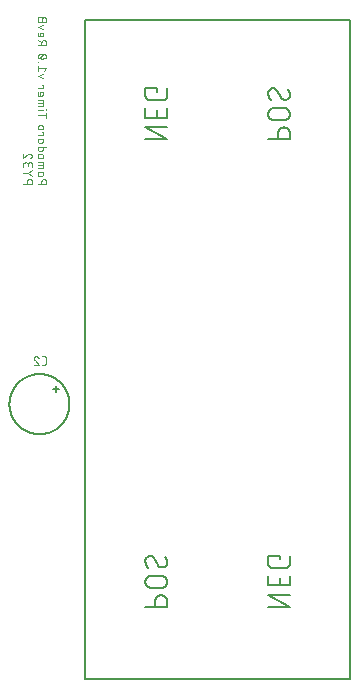
<source format=gbr>
G04 EAGLE Gerber RS-274X export*
G75*
%MOMM*%
%FSLAX34Y34*%
%LPD*%
%INSilkscreen Bottom*%
%IPPOS*%
%AMOC8*
5,1,8,0,0,1.08239X$1,22.5*%
G01*
%ADD10C,0.076200*%
%ADD11C,0.127000*%
%ADD12C,0.152400*%


D10*
X37973Y482981D02*
X45339Y482981D01*
X45339Y485027D01*
X45337Y485116D01*
X45331Y485205D01*
X45321Y485294D01*
X45308Y485382D01*
X45291Y485470D01*
X45269Y485557D01*
X45244Y485642D01*
X45216Y485727D01*
X45183Y485810D01*
X45147Y485892D01*
X45108Y485972D01*
X45065Y486050D01*
X45019Y486126D01*
X44969Y486201D01*
X44916Y486273D01*
X44860Y486342D01*
X44801Y486409D01*
X44740Y486474D01*
X44675Y486535D01*
X44608Y486594D01*
X44539Y486650D01*
X44467Y486703D01*
X44392Y486753D01*
X44316Y486799D01*
X44238Y486842D01*
X44158Y486881D01*
X44076Y486917D01*
X43993Y486950D01*
X43908Y486978D01*
X43823Y487003D01*
X43736Y487025D01*
X43648Y487042D01*
X43560Y487055D01*
X43471Y487065D01*
X43382Y487071D01*
X43293Y487073D01*
X43204Y487071D01*
X43115Y487065D01*
X43026Y487055D01*
X42938Y487042D01*
X42850Y487025D01*
X42763Y487003D01*
X42678Y486978D01*
X42593Y486950D01*
X42510Y486917D01*
X42428Y486881D01*
X42348Y486842D01*
X42270Y486799D01*
X42194Y486753D01*
X42119Y486703D01*
X42047Y486650D01*
X41978Y486594D01*
X41911Y486535D01*
X41846Y486474D01*
X41785Y486409D01*
X41726Y486342D01*
X41670Y486273D01*
X41617Y486201D01*
X41567Y486126D01*
X41521Y486050D01*
X41478Y485972D01*
X41439Y485892D01*
X41403Y485810D01*
X41370Y485727D01*
X41342Y485642D01*
X41317Y485557D01*
X41295Y485470D01*
X41278Y485382D01*
X41265Y485294D01*
X41255Y485205D01*
X41249Y485116D01*
X41247Y485027D01*
X41247Y482981D01*
X41247Y489856D02*
X39610Y489856D01*
X41247Y489856D02*
X41326Y489858D01*
X41405Y489864D01*
X41484Y489873D01*
X41562Y489886D01*
X41639Y489904D01*
X41715Y489924D01*
X41790Y489949D01*
X41864Y489977D01*
X41937Y490008D01*
X42008Y490044D01*
X42077Y490082D01*
X42144Y490124D01*
X42209Y490169D01*
X42272Y490217D01*
X42333Y490268D01*
X42390Y490322D01*
X42446Y490378D01*
X42498Y490437D01*
X42548Y490499D01*
X42594Y490563D01*
X42638Y490629D01*
X42678Y490697D01*
X42714Y490767D01*
X42748Y490839D01*
X42778Y490913D01*
X42804Y490987D01*
X42827Y491063D01*
X42845Y491140D01*
X42861Y491217D01*
X42872Y491296D01*
X42880Y491374D01*
X42884Y491453D01*
X42884Y491533D01*
X42880Y491612D01*
X42872Y491690D01*
X42861Y491769D01*
X42845Y491846D01*
X42827Y491923D01*
X42804Y491999D01*
X42778Y492073D01*
X42748Y492147D01*
X42714Y492219D01*
X42678Y492289D01*
X42638Y492357D01*
X42594Y492423D01*
X42548Y492487D01*
X42498Y492549D01*
X42446Y492608D01*
X42390Y492664D01*
X42333Y492718D01*
X42272Y492769D01*
X42209Y492817D01*
X42144Y492862D01*
X42077Y492904D01*
X42008Y492942D01*
X41937Y492978D01*
X41864Y493009D01*
X41790Y493037D01*
X41715Y493062D01*
X41639Y493082D01*
X41562Y493100D01*
X41484Y493113D01*
X41405Y493122D01*
X41326Y493128D01*
X41247Y493130D01*
X39610Y493130D01*
X39531Y493128D01*
X39452Y493122D01*
X39373Y493113D01*
X39295Y493100D01*
X39218Y493082D01*
X39142Y493062D01*
X39067Y493037D01*
X38993Y493009D01*
X38920Y492978D01*
X38849Y492942D01*
X38780Y492904D01*
X38713Y492862D01*
X38648Y492817D01*
X38585Y492769D01*
X38524Y492718D01*
X38467Y492664D01*
X38411Y492608D01*
X38359Y492549D01*
X38309Y492487D01*
X38263Y492423D01*
X38219Y492357D01*
X38179Y492289D01*
X38143Y492219D01*
X38109Y492147D01*
X38079Y492073D01*
X38053Y491999D01*
X38030Y491923D01*
X38012Y491846D01*
X37996Y491769D01*
X37985Y491690D01*
X37977Y491612D01*
X37973Y491533D01*
X37973Y491453D01*
X37977Y491374D01*
X37985Y491296D01*
X37996Y491217D01*
X38012Y491140D01*
X38030Y491063D01*
X38053Y490987D01*
X38079Y490913D01*
X38109Y490839D01*
X38143Y490767D01*
X38179Y490697D01*
X38219Y490629D01*
X38263Y490563D01*
X38309Y490499D01*
X38359Y490437D01*
X38411Y490378D01*
X38467Y490322D01*
X38524Y490268D01*
X38585Y490217D01*
X38648Y490169D01*
X38713Y490124D01*
X38780Y490082D01*
X38849Y490044D01*
X38920Y490008D01*
X38993Y489977D01*
X39067Y489949D01*
X39142Y489924D01*
X39218Y489904D01*
X39295Y489886D01*
X39373Y489873D01*
X39452Y489864D01*
X39531Y489858D01*
X39610Y489856D01*
X37973Y496597D02*
X42884Y496597D01*
X42884Y500280D01*
X42882Y500349D01*
X42876Y500417D01*
X42867Y500486D01*
X42853Y500553D01*
X42836Y500620D01*
X42815Y500686D01*
X42791Y500750D01*
X42762Y500813D01*
X42731Y500874D01*
X42696Y500933D01*
X42658Y500991D01*
X42616Y501046D01*
X42572Y501098D01*
X42524Y501148D01*
X42474Y501196D01*
X42422Y501240D01*
X42367Y501282D01*
X42309Y501320D01*
X42250Y501355D01*
X42189Y501386D01*
X42126Y501415D01*
X42062Y501439D01*
X41996Y501460D01*
X41929Y501477D01*
X41862Y501491D01*
X41793Y501500D01*
X41725Y501506D01*
X41656Y501508D01*
X41656Y501507D02*
X37973Y501507D01*
X37973Y499052D02*
X42884Y499052D01*
X41247Y504974D02*
X39610Y504974D01*
X41247Y504974D02*
X41326Y504976D01*
X41405Y504982D01*
X41484Y504991D01*
X41562Y505004D01*
X41639Y505022D01*
X41715Y505042D01*
X41790Y505067D01*
X41864Y505095D01*
X41937Y505126D01*
X42008Y505162D01*
X42077Y505200D01*
X42144Y505242D01*
X42209Y505287D01*
X42272Y505335D01*
X42333Y505386D01*
X42390Y505440D01*
X42446Y505496D01*
X42498Y505555D01*
X42548Y505617D01*
X42594Y505681D01*
X42638Y505747D01*
X42678Y505815D01*
X42714Y505885D01*
X42748Y505957D01*
X42778Y506031D01*
X42804Y506105D01*
X42827Y506181D01*
X42845Y506258D01*
X42861Y506335D01*
X42872Y506414D01*
X42880Y506492D01*
X42884Y506571D01*
X42884Y506651D01*
X42880Y506730D01*
X42872Y506808D01*
X42861Y506887D01*
X42845Y506964D01*
X42827Y507041D01*
X42804Y507117D01*
X42778Y507191D01*
X42748Y507265D01*
X42714Y507337D01*
X42678Y507407D01*
X42638Y507475D01*
X42594Y507541D01*
X42548Y507605D01*
X42498Y507667D01*
X42446Y507726D01*
X42390Y507782D01*
X42333Y507836D01*
X42272Y507887D01*
X42209Y507935D01*
X42144Y507980D01*
X42077Y508022D01*
X42008Y508060D01*
X41937Y508096D01*
X41864Y508127D01*
X41790Y508155D01*
X41715Y508180D01*
X41639Y508200D01*
X41562Y508218D01*
X41484Y508231D01*
X41405Y508240D01*
X41326Y508246D01*
X41247Y508248D01*
X39610Y508248D01*
X39531Y508246D01*
X39452Y508240D01*
X39373Y508231D01*
X39295Y508218D01*
X39218Y508200D01*
X39142Y508180D01*
X39067Y508155D01*
X38993Y508127D01*
X38920Y508096D01*
X38849Y508060D01*
X38780Y508022D01*
X38713Y507980D01*
X38648Y507935D01*
X38585Y507887D01*
X38524Y507836D01*
X38467Y507782D01*
X38411Y507726D01*
X38359Y507667D01*
X38309Y507605D01*
X38263Y507541D01*
X38219Y507475D01*
X38179Y507407D01*
X38143Y507337D01*
X38109Y507265D01*
X38079Y507191D01*
X38053Y507117D01*
X38030Y507041D01*
X38012Y506964D01*
X37996Y506887D01*
X37985Y506808D01*
X37977Y506730D01*
X37973Y506651D01*
X37973Y506571D01*
X37977Y506492D01*
X37985Y506414D01*
X37996Y506335D01*
X38012Y506258D01*
X38030Y506181D01*
X38053Y506105D01*
X38079Y506031D01*
X38109Y505957D01*
X38143Y505885D01*
X38179Y505815D01*
X38219Y505747D01*
X38263Y505681D01*
X38309Y505617D01*
X38359Y505555D01*
X38411Y505496D01*
X38467Y505440D01*
X38524Y505386D01*
X38585Y505335D01*
X38648Y505287D01*
X38713Y505242D01*
X38780Y505200D01*
X38849Y505162D01*
X38920Y505126D01*
X38993Y505095D01*
X39067Y505067D01*
X39142Y505042D01*
X39218Y505022D01*
X39295Y505004D01*
X39373Y504991D01*
X39452Y504982D01*
X39531Y504976D01*
X39610Y504974D01*
X37973Y514547D02*
X45339Y514547D01*
X37973Y514547D02*
X37973Y512501D01*
X37975Y512432D01*
X37981Y512364D01*
X37990Y512295D01*
X38004Y512228D01*
X38021Y512161D01*
X38042Y512095D01*
X38066Y512031D01*
X38095Y511968D01*
X38126Y511907D01*
X38161Y511848D01*
X38199Y511790D01*
X38241Y511735D01*
X38285Y511683D01*
X38333Y511633D01*
X38383Y511585D01*
X38435Y511541D01*
X38490Y511499D01*
X38548Y511461D01*
X38607Y511426D01*
X38668Y511395D01*
X38731Y511366D01*
X38795Y511342D01*
X38861Y511321D01*
X38928Y511304D01*
X38995Y511290D01*
X39064Y511281D01*
X39132Y511275D01*
X39201Y511273D01*
X41656Y511273D01*
X41725Y511275D01*
X41793Y511281D01*
X41862Y511290D01*
X41929Y511304D01*
X41996Y511321D01*
X42062Y511342D01*
X42126Y511366D01*
X42189Y511395D01*
X42250Y511426D01*
X42309Y511461D01*
X42367Y511499D01*
X42422Y511541D01*
X42474Y511585D01*
X42524Y511633D01*
X42572Y511683D01*
X42616Y511735D01*
X42658Y511790D01*
X42696Y511848D01*
X42731Y511907D01*
X42762Y511968D01*
X42791Y512031D01*
X42815Y512095D01*
X42836Y512161D01*
X42853Y512228D01*
X42867Y512295D01*
X42876Y512364D01*
X42882Y512432D01*
X42884Y512501D01*
X42884Y514547D01*
X41247Y517898D02*
X39610Y517898D01*
X41247Y517898D02*
X41326Y517900D01*
X41405Y517906D01*
X41484Y517915D01*
X41562Y517928D01*
X41639Y517946D01*
X41715Y517966D01*
X41790Y517991D01*
X41864Y518019D01*
X41937Y518050D01*
X42008Y518086D01*
X42077Y518124D01*
X42144Y518166D01*
X42209Y518211D01*
X42272Y518259D01*
X42333Y518310D01*
X42390Y518364D01*
X42446Y518420D01*
X42498Y518479D01*
X42548Y518541D01*
X42594Y518605D01*
X42638Y518671D01*
X42678Y518739D01*
X42714Y518809D01*
X42748Y518881D01*
X42778Y518955D01*
X42804Y519029D01*
X42827Y519105D01*
X42845Y519182D01*
X42861Y519259D01*
X42872Y519338D01*
X42880Y519416D01*
X42884Y519495D01*
X42884Y519575D01*
X42880Y519654D01*
X42872Y519732D01*
X42861Y519811D01*
X42845Y519888D01*
X42827Y519965D01*
X42804Y520041D01*
X42778Y520115D01*
X42748Y520189D01*
X42714Y520261D01*
X42678Y520331D01*
X42638Y520399D01*
X42594Y520465D01*
X42548Y520529D01*
X42498Y520591D01*
X42446Y520650D01*
X42390Y520706D01*
X42333Y520760D01*
X42272Y520811D01*
X42209Y520859D01*
X42144Y520904D01*
X42077Y520946D01*
X42008Y520984D01*
X41937Y521020D01*
X41864Y521051D01*
X41790Y521079D01*
X41715Y521104D01*
X41639Y521124D01*
X41562Y521142D01*
X41484Y521155D01*
X41405Y521164D01*
X41326Y521170D01*
X41247Y521172D01*
X41247Y521171D02*
X39610Y521171D01*
X39610Y521172D02*
X39531Y521170D01*
X39452Y521164D01*
X39373Y521155D01*
X39295Y521142D01*
X39218Y521124D01*
X39142Y521104D01*
X39067Y521079D01*
X38993Y521051D01*
X38920Y521020D01*
X38849Y520984D01*
X38780Y520946D01*
X38713Y520904D01*
X38648Y520859D01*
X38585Y520811D01*
X38524Y520760D01*
X38467Y520706D01*
X38411Y520650D01*
X38359Y520591D01*
X38309Y520529D01*
X38263Y520465D01*
X38219Y520399D01*
X38179Y520331D01*
X38143Y520261D01*
X38109Y520189D01*
X38079Y520115D01*
X38053Y520041D01*
X38030Y519965D01*
X38012Y519888D01*
X37996Y519811D01*
X37985Y519732D01*
X37977Y519654D01*
X37973Y519575D01*
X37973Y519495D01*
X37977Y519416D01*
X37985Y519338D01*
X37996Y519259D01*
X38012Y519182D01*
X38030Y519105D01*
X38053Y519029D01*
X38079Y518955D01*
X38109Y518881D01*
X38143Y518809D01*
X38179Y518739D01*
X38219Y518671D01*
X38263Y518605D01*
X38309Y518541D01*
X38359Y518479D01*
X38411Y518420D01*
X38467Y518364D01*
X38524Y518310D01*
X38585Y518259D01*
X38648Y518211D01*
X38713Y518166D01*
X38780Y518124D01*
X38849Y518086D01*
X38920Y518050D01*
X38993Y518019D01*
X39067Y517991D01*
X39142Y517966D01*
X39218Y517946D01*
X39295Y517928D01*
X39373Y517915D01*
X39452Y517906D01*
X39531Y517900D01*
X39610Y517898D01*
X37973Y524528D02*
X42884Y524528D01*
X42884Y526983D01*
X42065Y526983D01*
X41247Y529358D02*
X39610Y529358D01*
X41247Y529358D02*
X41326Y529360D01*
X41405Y529366D01*
X41484Y529375D01*
X41562Y529388D01*
X41639Y529406D01*
X41715Y529426D01*
X41790Y529451D01*
X41864Y529479D01*
X41937Y529510D01*
X42008Y529546D01*
X42077Y529584D01*
X42144Y529626D01*
X42209Y529671D01*
X42272Y529719D01*
X42333Y529770D01*
X42390Y529824D01*
X42446Y529880D01*
X42498Y529939D01*
X42548Y530001D01*
X42594Y530065D01*
X42638Y530131D01*
X42678Y530199D01*
X42714Y530269D01*
X42748Y530341D01*
X42778Y530415D01*
X42804Y530489D01*
X42827Y530565D01*
X42845Y530642D01*
X42861Y530719D01*
X42872Y530798D01*
X42880Y530876D01*
X42884Y530955D01*
X42884Y531035D01*
X42880Y531114D01*
X42872Y531192D01*
X42861Y531271D01*
X42845Y531348D01*
X42827Y531425D01*
X42804Y531501D01*
X42778Y531575D01*
X42748Y531649D01*
X42714Y531721D01*
X42678Y531791D01*
X42638Y531859D01*
X42594Y531925D01*
X42548Y531989D01*
X42498Y532051D01*
X42446Y532110D01*
X42390Y532166D01*
X42333Y532220D01*
X42272Y532271D01*
X42209Y532319D01*
X42144Y532364D01*
X42077Y532406D01*
X42008Y532444D01*
X41937Y532480D01*
X41864Y532511D01*
X41790Y532539D01*
X41715Y532564D01*
X41639Y532584D01*
X41562Y532602D01*
X41484Y532615D01*
X41405Y532624D01*
X41326Y532630D01*
X41247Y532632D01*
X39610Y532632D01*
X39531Y532630D01*
X39452Y532624D01*
X39373Y532615D01*
X39295Y532602D01*
X39218Y532584D01*
X39142Y532564D01*
X39067Y532539D01*
X38993Y532511D01*
X38920Y532480D01*
X38849Y532444D01*
X38780Y532406D01*
X38713Y532364D01*
X38648Y532319D01*
X38585Y532271D01*
X38524Y532220D01*
X38467Y532166D01*
X38411Y532110D01*
X38359Y532051D01*
X38309Y531989D01*
X38263Y531925D01*
X38219Y531859D01*
X38179Y531791D01*
X38143Y531721D01*
X38109Y531649D01*
X38079Y531575D01*
X38053Y531501D01*
X38030Y531425D01*
X38012Y531348D01*
X37996Y531271D01*
X37985Y531192D01*
X37977Y531114D01*
X37973Y531035D01*
X37973Y530955D01*
X37977Y530876D01*
X37985Y530798D01*
X37996Y530719D01*
X38012Y530642D01*
X38030Y530565D01*
X38053Y530489D01*
X38079Y530415D01*
X38109Y530341D01*
X38143Y530269D01*
X38179Y530199D01*
X38219Y530131D01*
X38263Y530065D01*
X38309Y530001D01*
X38359Y529939D01*
X38411Y529880D01*
X38467Y529824D01*
X38524Y529770D01*
X38585Y529719D01*
X38648Y529671D01*
X38713Y529626D01*
X38780Y529584D01*
X38849Y529546D01*
X38920Y529510D01*
X38993Y529479D01*
X39067Y529451D01*
X39142Y529426D01*
X39218Y529406D01*
X39295Y529388D01*
X39373Y529375D01*
X39452Y529366D01*
X39531Y529360D01*
X39610Y529358D01*
X37973Y541236D02*
X45339Y541236D01*
X45339Y539190D02*
X45339Y543282D01*
X42884Y545869D02*
X37973Y545869D01*
X44930Y545665D02*
X45339Y545665D01*
X45339Y546074D01*
X44930Y546074D01*
X44930Y545665D01*
X42884Y549266D02*
X37973Y549266D01*
X42884Y549266D02*
X42884Y552949D01*
X42882Y553018D01*
X42876Y553086D01*
X42867Y553155D01*
X42853Y553222D01*
X42836Y553289D01*
X42815Y553355D01*
X42791Y553419D01*
X42762Y553482D01*
X42731Y553543D01*
X42696Y553602D01*
X42658Y553660D01*
X42616Y553715D01*
X42572Y553767D01*
X42524Y553817D01*
X42474Y553865D01*
X42422Y553909D01*
X42367Y553951D01*
X42309Y553989D01*
X42250Y554024D01*
X42189Y554055D01*
X42126Y554084D01*
X42062Y554108D01*
X41996Y554129D01*
X41929Y554146D01*
X41862Y554160D01*
X41793Y554169D01*
X41725Y554175D01*
X41656Y554177D01*
X37973Y554177D01*
X37973Y551721D02*
X42884Y551721D01*
X37973Y558871D02*
X37973Y560917D01*
X37973Y558871D02*
X37975Y558802D01*
X37981Y558734D01*
X37990Y558665D01*
X38004Y558598D01*
X38021Y558531D01*
X38042Y558465D01*
X38066Y558401D01*
X38095Y558338D01*
X38126Y558277D01*
X38161Y558218D01*
X38199Y558160D01*
X38241Y558105D01*
X38285Y558053D01*
X38333Y558003D01*
X38383Y557955D01*
X38435Y557911D01*
X38490Y557869D01*
X38548Y557831D01*
X38607Y557796D01*
X38668Y557765D01*
X38731Y557736D01*
X38795Y557712D01*
X38861Y557691D01*
X38928Y557674D01*
X38995Y557660D01*
X39064Y557651D01*
X39132Y557645D01*
X39201Y557643D01*
X41247Y557643D01*
X41326Y557645D01*
X41405Y557651D01*
X41484Y557660D01*
X41562Y557673D01*
X41639Y557691D01*
X41715Y557711D01*
X41790Y557736D01*
X41864Y557764D01*
X41937Y557795D01*
X42008Y557831D01*
X42077Y557869D01*
X42144Y557911D01*
X42209Y557956D01*
X42272Y558004D01*
X42333Y558055D01*
X42390Y558109D01*
X42446Y558165D01*
X42498Y558224D01*
X42548Y558286D01*
X42594Y558350D01*
X42638Y558416D01*
X42678Y558484D01*
X42714Y558554D01*
X42748Y558626D01*
X42778Y558700D01*
X42804Y558774D01*
X42827Y558850D01*
X42845Y558927D01*
X42861Y559004D01*
X42872Y559083D01*
X42880Y559161D01*
X42884Y559240D01*
X42884Y559320D01*
X42880Y559399D01*
X42872Y559477D01*
X42861Y559556D01*
X42845Y559633D01*
X42827Y559710D01*
X42804Y559786D01*
X42778Y559860D01*
X42748Y559934D01*
X42714Y560006D01*
X42678Y560076D01*
X42638Y560144D01*
X42594Y560210D01*
X42548Y560274D01*
X42498Y560336D01*
X42446Y560395D01*
X42390Y560451D01*
X42333Y560505D01*
X42272Y560556D01*
X42209Y560604D01*
X42144Y560649D01*
X42077Y560691D01*
X42008Y560729D01*
X41937Y560765D01*
X41864Y560796D01*
X41790Y560824D01*
X41715Y560849D01*
X41639Y560869D01*
X41562Y560887D01*
X41484Y560900D01*
X41405Y560909D01*
X41326Y560915D01*
X41247Y560917D01*
X40428Y560917D01*
X40428Y557643D01*
X37973Y564273D02*
X42884Y564273D01*
X42884Y566729D01*
X42065Y566729D01*
X42884Y572761D02*
X37973Y574398D01*
X42884Y576035D01*
X43702Y578936D02*
X45339Y580982D01*
X37973Y580982D01*
X37973Y578936D02*
X37973Y583028D01*
X37973Y585898D02*
X38382Y585898D01*
X38382Y586307D01*
X37973Y586307D01*
X37973Y585898D01*
X41656Y589177D02*
X41809Y589179D01*
X41962Y589185D01*
X42114Y589194D01*
X42267Y589208D01*
X42419Y589225D01*
X42570Y589246D01*
X42721Y589271D01*
X42871Y589300D01*
X43021Y589332D01*
X43169Y589369D01*
X43317Y589409D01*
X43464Y589452D01*
X43609Y589500D01*
X43753Y589551D01*
X43896Y589605D01*
X44038Y589664D01*
X44177Y589725D01*
X44316Y589791D01*
X44386Y589817D01*
X44456Y589847D01*
X44523Y589880D01*
X44589Y589916D01*
X44653Y589955D01*
X44715Y589998D01*
X44774Y590044D01*
X44832Y590092D01*
X44886Y590143D01*
X44939Y590197D01*
X44988Y590254D01*
X45035Y590313D01*
X45078Y590374D01*
X45119Y590437D01*
X45156Y590502D01*
X45191Y590569D01*
X45221Y590638D01*
X45249Y590708D01*
X45272Y590779D01*
X45293Y590851D01*
X45309Y590924D01*
X45322Y590998D01*
X45332Y591073D01*
X45337Y591148D01*
X45339Y591223D01*
X45337Y591298D01*
X45332Y591373D01*
X45322Y591448D01*
X45309Y591522D01*
X45293Y591595D01*
X45272Y591667D01*
X45249Y591738D01*
X45221Y591808D01*
X45191Y591877D01*
X45156Y591944D01*
X45119Y592009D01*
X45078Y592072D01*
X45035Y592133D01*
X44988Y592192D01*
X44939Y592249D01*
X44886Y592303D01*
X44832Y592354D01*
X44774Y592403D01*
X44715Y592448D01*
X44653Y592491D01*
X44589Y592530D01*
X44523Y592567D01*
X44455Y592599D01*
X44386Y592629D01*
X44316Y592655D01*
X44178Y592720D01*
X44038Y592782D01*
X43896Y592840D01*
X43753Y592895D01*
X43609Y592946D01*
X43464Y592994D01*
X43317Y593037D01*
X43170Y593077D01*
X43021Y593114D01*
X42871Y593146D01*
X42721Y593175D01*
X42570Y593200D01*
X42419Y593221D01*
X42267Y593238D01*
X42114Y593252D01*
X41962Y593261D01*
X41809Y593267D01*
X41656Y593269D01*
X41656Y589177D02*
X41503Y589179D01*
X41350Y589185D01*
X41197Y589194D01*
X41045Y589208D01*
X40893Y589225D01*
X40742Y589246D01*
X40591Y589271D01*
X40440Y589300D01*
X40291Y589332D01*
X40142Y589369D01*
X39995Y589409D01*
X39848Y589452D01*
X39703Y589500D01*
X39558Y589551D01*
X39416Y589606D01*
X39274Y589664D01*
X39134Y589726D01*
X38996Y589791D01*
X38925Y589817D01*
X38856Y589847D01*
X38789Y589880D01*
X38723Y589916D01*
X38659Y589955D01*
X38597Y589998D01*
X38538Y590044D01*
X38480Y590092D01*
X38426Y590143D01*
X38373Y590197D01*
X38324Y590254D01*
X38277Y590313D01*
X38234Y590374D01*
X38193Y590437D01*
X38156Y590502D01*
X38121Y590569D01*
X38091Y590638D01*
X38063Y590708D01*
X38040Y590779D01*
X38019Y590851D01*
X38003Y590924D01*
X37990Y590998D01*
X37980Y591073D01*
X37975Y591148D01*
X37973Y591223D01*
X38996Y592655D02*
X39134Y592720D01*
X39274Y592782D01*
X39416Y592840D01*
X39559Y592895D01*
X39703Y592946D01*
X39848Y592994D01*
X39995Y593037D01*
X40143Y593077D01*
X40291Y593114D01*
X40441Y593146D01*
X40591Y593175D01*
X40742Y593200D01*
X40893Y593221D01*
X41045Y593238D01*
X41198Y593252D01*
X41350Y593261D01*
X41503Y593267D01*
X41656Y593269D01*
X38996Y592655D02*
X38926Y592629D01*
X38856Y592599D01*
X38789Y592567D01*
X38723Y592530D01*
X38659Y592491D01*
X38597Y592448D01*
X38538Y592402D01*
X38480Y592354D01*
X38426Y592303D01*
X38373Y592249D01*
X38324Y592192D01*
X38277Y592133D01*
X38234Y592072D01*
X38193Y592009D01*
X38156Y591944D01*
X38121Y591877D01*
X38091Y591808D01*
X38063Y591738D01*
X38040Y591667D01*
X38019Y591595D01*
X38003Y591522D01*
X37990Y591448D01*
X37980Y591373D01*
X37975Y591298D01*
X37973Y591223D01*
X39610Y589586D02*
X43702Y592860D01*
X45339Y600689D02*
X37973Y600689D01*
X45339Y600689D02*
X45339Y602735D01*
X45337Y602824D01*
X45331Y602913D01*
X45321Y603002D01*
X45308Y603090D01*
X45291Y603178D01*
X45269Y603265D01*
X45244Y603350D01*
X45216Y603435D01*
X45183Y603518D01*
X45147Y603600D01*
X45108Y603680D01*
X45065Y603758D01*
X45019Y603834D01*
X44969Y603909D01*
X44916Y603981D01*
X44860Y604050D01*
X44801Y604117D01*
X44740Y604182D01*
X44675Y604243D01*
X44608Y604302D01*
X44539Y604358D01*
X44467Y604411D01*
X44392Y604461D01*
X44316Y604507D01*
X44238Y604550D01*
X44158Y604589D01*
X44076Y604625D01*
X43993Y604658D01*
X43908Y604686D01*
X43823Y604711D01*
X43736Y604733D01*
X43648Y604750D01*
X43560Y604763D01*
X43471Y604773D01*
X43382Y604779D01*
X43293Y604781D01*
X43204Y604779D01*
X43115Y604773D01*
X43026Y604763D01*
X42938Y604750D01*
X42850Y604733D01*
X42763Y604711D01*
X42678Y604686D01*
X42593Y604658D01*
X42510Y604625D01*
X42428Y604589D01*
X42348Y604550D01*
X42270Y604507D01*
X42194Y604461D01*
X42119Y604411D01*
X42047Y604358D01*
X41978Y604302D01*
X41911Y604243D01*
X41846Y604182D01*
X41785Y604117D01*
X41726Y604050D01*
X41670Y603981D01*
X41617Y603909D01*
X41567Y603834D01*
X41521Y603758D01*
X41478Y603680D01*
X41439Y603600D01*
X41403Y603518D01*
X41370Y603435D01*
X41342Y603350D01*
X41317Y603265D01*
X41295Y603178D01*
X41278Y603090D01*
X41265Y603002D01*
X41255Y602913D01*
X41249Y602824D01*
X41247Y602735D01*
X41247Y600689D01*
X41247Y603144D02*
X37973Y604781D01*
X37973Y609102D02*
X37973Y611148D01*
X37973Y609102D02*
X37975Y609033D01*
X37981Y608965D01*
X37990Y608896D01*
X38004Y608829D01*
X38021Y608762D01*
X38042Y608696D01*
X38066Y608632D01*
X38095Y608569D01*
X38126Y608508D01*
X38161Y608449D01*
X38199Y608391D01*
X38241Y608336D01*
X38285Y608284D01*
X38333Y608234D01*
X38383Y608186D01*
X38435Y608142D01*
X38490Y608100D01*
X38548Y608062D01*
X38607Y608027D01*
X38668Y607996D01*
X38731Y607967D01*
X38795Y607943D01*
X38861Y607922D01*
X38928Y607905D01*
X38995Y607891D01*
X39064Y607882D01*
X39132Y607876D01*
X39201Y607874D01*
X41247Y607874D01*
X41326Y607876D01*
X41405Y607882D01*
X41484Y607891D01*
X41562Y607904D01*
X41639Y607922D01*
X41715Y607942D01*
X41790Y607967D01*
X41864Y607995D01*
X41937Y608026D01*
X42008Y608062D01*
X42077Y608100D01*
X42144Y608142D01*
X42209Y608187D01*
X42272Y608235D01*
X42333Y608286D01*
X42390Y608340D01*
X42446Y608396D01*
X42498Y608455D01*
X42548Y608517D01*
X42594Y608581D01*
X42638Y608647D01*
X42678Y608715D01*
X42714Y608785D01*
X42748Y608857D01*
X42778Y608931D01*
X42804Y609005D01*
X42827Y609081D01*
X42845Y609158D01*
X42861Y609235D01*
X42872Y609314D01*
X42880Y609392D01*
X42884Y609471D01*
X42884Y609551D01*
X42880Y609630D01*
X42872Y609708D01*
X42861Y609787D01*
X42845Y609864D01*
X42827Y609941D01*
X42804Y610017D01*
X42778Y610091D01*
X42748Y610165D01*
X42714Y610237D01*
X42678Y610307D01*
X42638Y610375D01*
X42594Y610441D01*
X42548Y610505D01*
X42498Y610567D01*
X42446Y610626D01*
X42390Y610682D01*
X42333Y610736D01*
X42272Y610787D01*
X42209Y610835D01*
X42144Y610880D01*
X42077Y610922D01*
X42008Y610960D01*
X41937Y610996D01*
X41864Y611027D01*
X41790Y611055D01*
X41715Y611080D01*
X41639Y611100D01*
X41562Y611118D01*
X41484Y611131D01*
X41405Y611140D01*
X41326Y611146D01*
X41247Y611148D01*
X40428Y611148D01*
X40428Y607874D01*
X42884Y613970D02*
X37973Y615607D01*
X42884Y617244D01*
X42065Y620506D02*
X42065Y622552D01*
X42063Y622641D01*
X42057Y622730D01*
X42047Y622819D01*
X42034Y622907D01*
X42017Y622995D01*
X41995Y623082D01*
X41970Y623167D01*
X41942Y623252D01*
X41909Y623335D01*
X41873Y623417D01*
X41834Y623497D01*
X41791Y623575D01*
X41745Y623651D01*
X41695Y623726D01*
X41642Y623798D01*
X41586Y623867D01*
X41527Y623934D01*
X41466Y623999D01*
X41401Y624060D01*
X41334Y624119D01*
X41265Y624175D01*
X41193Y624228D01*
X41118Y624278D01*
X41042Y624324D01*
X40964Y624367D01*
X40884Y624406D01*
X40802Y624442D01*
X40719Y624475D01*
X40634Y624503D01*
X40549Y624528D01*
X40462Y624550D01*
X40374Y624567D01*
X40286Y624580D01*
X40197Y624590D01*
X40108Y624596D01*
X40019Y624598D01*
X39930Y624596D01*
X39841Y624590D01*
X39752Y624580D01*
X39664Y624567D01*
X39576Y624550D01*
X39489Y624528D01*
X39404Y624503D01*
X39319Y624475D01*
X39236Y624442D01*
X39154Y624406D01*
X39074Y624367D01*
X38996Y624324D01*
X38920Y624278D01*
X38845Y624228D01*
X38773Y624175D01*
X38704Y624119D01*
X38637Y624060D01*
X38572Y623999D01*
X38511Y623934D01*
X38452Y623867D01*
X38396Y623798D01*
X38343Y623726D01*
X38293Y623651D01*
X38247Y623575D01*
X38204Y623497D01*
X38165Y623417D01*
X38129Y623335D01*
X38096Y623252D01*
X38068Y623167D01*
X38043Y623082D01*
X38021Y622995D01*
X38004Y622907D01*
X37991Y622819D01*
X37981Y622730D01*
X37975Y622641D01*
X37973Y622552D01*
X37973Y620506D01*
X45339Y620506D01*
X45339Y622552D01*
X45337Y622631D01*
X45331Y622710D01*
X45322Y622789D01*
X45309Y622867D01*
X45291Y622944D01*
X45271Y623020D01*
X45246Y623095D01*
X45218Y623169D01*
X45187Y623242D01*
X45151Y623313D01*
X45113Y623382D01*
X45071Y623449D01*
X45026Y623514D01*
X44978Y623577D01*
X44927Y623638D01*
X44873Y623695D01*
X44817Y623751D01*
X44758Y623803D01*
X44696Y623853D01*
X44632Y623899D01*
X44566Y623943D01*
X44498Y623983D01*
X44428Y624019D01*
X44356Y624053D01*
X44282Y624083D01*
X44208Y624109D01*
X44132Y624132D01*
X44055Y624150D01*
X43978Y624166D01*
X43899Y624177D01*
X43821Y624185D01*
X43742Y624189D01*
X43662Y624189D01*
X43583Y624185D01*
X43505Y624177D01*
X43426Y624166D01*
X43349Y624150D01*
X43272Y624132D01*
X43196Y624109D01*
X43122Y624083D01*
X43048Y624053D01*
X42976Y624019D01*
X42906Y623983D01*
X42838Y623943D01*
X42772Y623899D01*
X42708Y623853D01*
X42646Y623803D01*
X42587Y623751D01*
X42531Y623695D01*
X42477Y623638D01*
X42426Y623577D01*
X42378Y623514D01*
X42333Y623449D01*
X42291Y623382D01*
X42253Y623313D01*
X42217Y623242D01*
X42186Y623169D01*
X42158Y623095D01*
X42133Y623020D01*
X42113Y622944D01*
X42095Y622867D01*
X42082Y622789D01*
X42073Y622710D01*
X42067Y622631D01*
X42065Y622552D01*
X33147Y482981D02*
X25781Y482981D01*
X33147Y482981D02*
X33147Y485027D01*
X33145Y485116D01*
X33139Y485205D01*
X33129Y485294D01*
X33116Y485382D01*
X33099Y485470D01*
X33077Y485557D01*
X33052Y485642D01*
X33024Y485727D01*
X32991Y485810D01*
X32955Y485892D01*
X32916Y485972D01*
X32873Y486050D01*
X32827Y486126D01*
X32777Y486201D01*
X32724Y486273D01*
X32668Y486342D01*
X32609Y486409D01*
X32548Y486474D01*
X32483Y486535D01*
X32416Y486594D01*
X32347Y486650D01*
X32275Y486703D01*
X32200Y486753D01*
X32124Y486799D01*
X32046Y486842D01*
X31966Y486881D01*
X31884Y486917D01*
X31801Y486950D01*
X31716Y486978D01*
X31631Y487003D01*
X31544Y487025D01*
X31456Y487042D01*
X31368Y487055D01*
X31279Y487065D01*
X31190Y487071D01*
X31101Y487073D01*
X31012Y487071D01*
X30923Y487065D01*
X30834Y487055D01*
X30746Y487042D01*
X30658Y487025D01*
X30571Y487003D01*
X30486Y486978D01*
X30401Y486950D01*
X30318Y486917D01*
X30236Y486881D01*
X30156Y486842D01*
X30078Y486799D01*
X30002Y486753D01*
X29927Y486703D01*
X29855Y486650D01*
X29786Y486594D01*
X29719Y486535D01*
X29654Y486474D01*
X29593Y486409D01*
X29534Y486342D01*
X29478Y486273D01*
X29425Y486201D01*
X29375Y486126D01*
X29329Y486050D01*
X29286Y485972D01*
X29247Y485892D01*
X29211Y485810D01*
X29178Y485727D01*
X29150Y485642D01*
X29125Y485557D01*
X29103Y485470D01*
X29086Y485382D01*
X29073Y485294D01*
X29063Y485205D01*
X29057Y485116D01*
X29055Y485027D01*
X29055Y482981D01*
X33147Y489525D02*
X29669Y491981D01*
X33147Y494436D01*
X29669Y491981D02*
X25781Y491981D01*
X25781Y497250D02*
X25781Y499296D01*
X25783Y499385D01*
X25789Y499474D01*
X25799Y499563D01*
X25812Y499651D01*
X25829Y499739D01*
X25851Y499826D01*
X25876Y499911D01*
X25904Y499996D01*
X25937Y500079D01*
X25973Y500161D01*
X26012Y500241D01*
X26055Y500319D01*
X26101Y500395D01*
X26151Y500470D01*
X26204Y500542D01*
X26260Y500611D01*
X26319Y500678D01*
X26380Y500743D01*
X26445Y500804D01*
X26512Y500863D01*
X26581Y500919D01*
X26653Y500972D01*
X26728Y501022D01*
X26804Y501068D01*
X26882Y501111D01*
X26962Y501150D01*
X27044Y501186D01*
X27127Y501219D01*
X27212Y501247D01*
X27297Y501272D01*
X27384Y501294D01*
X27472Y501311D01*
X27560Y501324D01*
X27649Y501334D01*
X27738Y501340D01*
X27827Y501342D01*
X27916Y501340D01*
X28005Y501334D01*
X28094Y501324D01*
X28182Y501311D01*
X28270Y501294D01*
X28357Y501272D01*
X28442Y501247D01*
X28527Y501219D01*
X28610Y501186D01*
X28692Y501150D01*
X28772Y501111D01*
X28850Y501068D01*
X28926Y501022D01*
X29001Y500972D01*
X29073Y500919D01*
X29142Y500863D01*
X29209Y500804D01*
X29274Y500743D01*
X29335Y500678D01*
X29394Y500611D01*
X29450Y500542D01*
X29503Y500470D01*
X29553Y500395D01*
X29599Y500319D01*
X29642Y500241D01*
X29681Y500161D01*
X29717Y500079D01*
X29750Y499996D01*
X29778Y499911D01*
X29803Y499826D01*
X29825Y499739D01*
X29842Y499651D01*
X29855Y499563D01*
X29865Y499474D01*
X29871Y499385D01*
X29873Y499296D01*
X33147Y499705D02*
X33147Y497250D01*
X33147Y499705D02*
X33145Y499784D01*
X33139Y499863D01*
X33130Y499942D01*
X33117Y500020D01*
X33099Y500097D01*
X33079Y500173D01*
X33054Y500248D01*
X33026Y500322D01*
X32995Y500395D01*
X32959Y500466D01*
X32921Y500535D01*
X32879Y500602D01*
X32834Y500667D01*
X32786Y500730D01*
X32735Y500791D01*
X32681Y500848D01*
X32625Y500904D01*
X32566Y500956D01*
X32504Y501006D01*
X32440Y501052D01*
X32374Y501096D01*
X32306Y501136D01*
X32236Y501172D01*
X32164Y501206D01*
X32090Y501236D01*
X32016Y501262D01*
X31940Y501285D01*
X31863Y501303D01*
X31786Y501319D01*
X31707Y501330D01*
X31629Y501338D01*
X31550Y501342D01*
X31470Y501342D01*
X31391Y501338D01*
X31313Y501330D01*
X31234Y501319D01*
X31157Y501303D01*
X31080Y501285D01*
X31004Y501262D01*
X30930Y501236D01*
X30856Y501206D01*
X30784Y501172D01*
X30714Y501136D01*
X30646Y501096D01*
X30580Y501052D01*
X30516Y501006D01*
X30454Y500956D01*
X30395Y500904D01*
X30339Y500848D01*
X30285Y500791D01*
X30234Y500730D01*
X30186Y500667D01*
X30141Y500602D01*
X30099Y500535D01*
X30061Y500466D01*
X30025Y500395D01*
X29994Y500322D01*
X29966Y500248D01*
X29941Y500173D01*
X29921Y500097D01*
X29903Y500020D01*
X29890Y499942D01*
X29881Y499863D01*
X29875Y499784D01*
X29873Y499705D01*
X29873Y498068D01*
X33148Y506816D02*
X33146Y506901D01*
X33140Y506986D01*
X33130Y507070D01*
X33117Y507154D01*
X33099Y507238D01*
X33078Y507320D01*
X33053Y507401D01*
X33024Y507481D01*
X32991Y507560D01*
X32955Y507637D01*
X32915Y507712D01*
X32872Y507786D01*
X32826Y507857D01*
X32776Y507926D01*
X32723Y507993D01*
X32667Y508057D01*
X32608Y508118D01*
X32547Y508177D01*
X32483Y508233D01*
X32416Y508286D01*
X32347Y508336D01*
X32276Y508382D01*
X32202Y508425D01*
X32127Y508465D01*
X32050Y508501D01*
X31971Y508534D01*
X31891Y508563D01*
X31810Y508588D01*
X31728Y508609D01*
X31644Y508627D01*
X31560Y508640D01*
X31476Y508650D01*
X31391Y508656D01*
X31306Y508658D01*
X33147Y506816D02*
X33145Y506720D01*
X33139Y506624D01*
X33129Y506529D01*
X33116Y506434D01*
X33098Y506339D01*
X33077Y506246D01*
X33052Y506153D01*
X33023Y506062D01*
X32991Y505971D01*
X32955Y505882D01*
X32915Y505795D01*
X32872Y505709D01*
X32826Y505625D01*
X32776Y505543D01*
X32722Y505463D01*
X32666Y505386D01*
X32606Y505311D01*
X32544Y505238D01*
X32478Y505168D01*
X32410Y505100D01*
X32339Y505035D01*
X32266Y504974D01*
X32190Y504915D01*
X32111Y504859D01*
X32031Y504807D01*
X31948Y504758D01*
X31864Y504712D01*
X31778Y504670D01*
X31690Y504632D01*
X31601Y504597D01*
X31510Y504565D01*
X29874Y508043D02*
X29933Y508103D01*
X29995Y508160D01*
X30059Y508215D01*
X30126Y508266D01*
X30195Y508315D01*
X30265Y508361D01*
X30338Y508404D01*
X30412Y508444D01*
X30488Y508480D01*
X30566Y508513D01*
X30645Y508543D01*
X30725Y508570D01*
X30806Y508593D01*
X30888Y508612D01*
X30970Y508628D01*
X31054Y508641D01*
X31138Y508650D01*
X31222Y508655D01*
X31306Y508657D01*
X29873Y508043D02*
X25781Y504565D01*
X25781Y508657D01*
D11*
X302500Y621650D02*
X302500Y64150D01*
X302500Y621650D02*
X78500Y621650D01*
X78500Y64150D01*
X302500Y64150D01*
D12*
X251738Y520662D02*
X233262Y520662D01*
X251738Y520662D02*
X251738Y525794D01*
X251736Y525935D01*
X251730Y526077D01*
X251720Y526218D01*
X251707Y526359D01*
X251689Y526499D01*
X251668Y526639D01*
X251643Y526778D01*
X251614Y526916D01*
X251581Y527054D01*
X251544Y527190D01*
X251504Y527326D01*
X251460Y527460D01*
X251412Y527593D01*
X251361Y527725D01*
X251306Y527856D01*
X251247Y527984D01*
X251185Y528111D01*
X251119Y528237D01*
X251050Y528360D01*
X250978Y528481D01*
X250902Y528601D01*
X250823Y528718D01*
X250741Y528833D01*
X250656Y528946D01*
X250567Y529057D01*
X250476Y529164D01*
X250382Y529270D01*
X250285Y529373D01*
X250185Y529473D01*
X250082Y529570D01*
X249976Y529664D01*
X249869Y529755D01*
X249758Y529844D01*
X249645Y529929D01*
X249530Y530011D01*
X249413Y530090D01*
X249293Y530166D01*
X249172Y530238D01*
X249049Y530307D01*
X248923Y530373D01*
X248796Y530435D01*
X248668Y530494D01*
X248537Y530549D01*
X248405Y530600D01*
X248272Y530648D01*
X248138Y530692D01*
X248002Y530732D01*
X247866Y530769D01*
X247728Y530802D01*
X247590Y530831D01*
X247451Y530856D01*
X247311Y530877D01*
X247171Y530895D01*
X247030Y530908D01*
X246889Y530918D01*
X246747Y530924D01*
X246606Y530926D01*
X246465Y530924D01*
X246323Y530918D01*
X246182Y530908D01*
X246041Y530895D01*
X245901Y530877D01*
X245761Y530856D01*
X245622Y530831D01*
X245484Y530802D01*
X245346Y530769D01*
X245210Y530732D01*
X245074Y530692D01*
X244940Y530648D01*
X244807Y530600D01*
X244675Y530549D01*
X244544Y530494D01*
X244416Y530435D01*
X244289Y530373D01*
X244163Y530307D01*
X244040Y530238D01*
X243919Y530166D01*
X243799Y530090D01*
X243682Y530011D01*
X243567Y529929D01*
X243454Y529844D01*
X243343Y529755D01*
X243236Y529664D01*
X243130Y529570D01*
X243027Y529473D01*
X242927Y529373D01*
X242830Y529270D01*
X242736Y529164D01*
X242645Y529057D01*
X242556Y528946D01*
X242471Y528833D01*
X242389Y528718D01*
X242310Y528601D01*
X242234Y528481D01*
X242162Y528360D01*
X242093Y528237D01*
X242027Y528111D01*
X241965Y527984D01*
X241906Y527856D01*
X241851Y527725D01*
X241800Y527593D01*
X241752Y527460D01*
X241708Y527326D01*
X241668Y527190D01*
X241631Y527054D01*
X241598Y526916D01*
X241569Y526778D01*
X241544Y526639D01*
X241523Y526499D01*
X241505Y526359D01*
X241492Y526218D01*
X241482Y526077D01*
X241476Y525935D01*
X241474Y525794D01*
X241474Y520662D01*
X238394Y537148D02*
X246606Y537148D01*
X246747Y537150D01*
X246889Y537156D01*
X247030Y537166D01*
X247171Y537179D01*
X247311Y537197D01*
X247451Y537218D01*
X247590Y537243D01*
X247728Y537272D01*
X247866Y537305D01*
X248002Y537342D01*
X248138Y537382D01*
X248272Y537426D01*
X248405Y537474D01*
X248537Y537525D01*
X248668Y537580D01*
X248796Y537639D01*
X248923Y537701D01*
X249049Y537767D01*
X249172Y537836D01*
X249293Y537908D01*
X249413Y537984D01*
X249530Y538063D01*
X249645Y538145D01*
X249758Y538230D01*
X249869Y538319D01*
X249976Y538410D01*
X250082Y538504D01*
X250185Y538601D01*
X250285Y538701D01*
X250382Y538804D01*
X250476Y538910D01*
X250567Y539017D01*
X250656Y539128D01*
X250741Y539241D01*
X250823Y539356D01*
X250902Y539473D01*
X250978Y539593D01*
X251050Y539714D01*
X251119Y539837D01*
X251185Y539963D01*
X251247Y540090D01*
X251306Y540218D01*
X251361Y540349D01*
X251412Y540481D01*
X251460Y540614D01*
X251504Y540748D01*
X251544Y540884D01*
X251581Y541020D01*
X251614Y541158D01*
X251643Y541296D01*
X251668Y541435D01*
X251689Y541575D01*
X251707Y541715D01*
X251720Y541856D01*
X251730Y541997D01*
X251736Y542139D01*
X251738Y542280D01*
X251736Y542421D01*
X251730Y542563D01*
X251720Y542704D01*
X251707Y542845D01*
X251689Y542985D01*
X251668Y543125D01*
X251643Y543264D01*
X251614Y543402D01*
X251581Y543540D01*
X251544Y543676D01*
X251504Y543812D01*
X251460Y543946D01*
X251412Y544079D01*
X251361Y544211D01*
X251306Y544342D01*
X251247Y544470D01*
X251185Y544597D01*
X251119Y544723D01*
X251050Y544846D01*
X250978Y544967D01*
X250902Y545087D01*
X250823Y545204D01*
X250741Y545319D01*
X250656Y545432D01*
X250567Y545543D01*
X250476Y545650D01*
X250382Y545756D01*
X250285Y545859D01*
X250185Y545959D01*
X250082Y546056D01*
X249976Y546150D01*
X249869Y546241D01*
X249758Y546330D01*
X249645Y546415D01*
X249530Y546497D01*
X249413Y546576D01*
X249293Y546652D01*
X249172Y546724D01*
X249049Y546793D01*
X248923Y546859D01*
X248796Y546921D01*
X248668Y546980D01*
X248537Y547035D01*
X248405Y547086D01*
X248272Y547134D01*
X248138Y547178D01*
X248002Y547218D01*
X247866Y547255D01*
X247728Y547288D01*
X247590Y547317D01*
X247451Y547342D01*
X247311Y547363D01*
X247171Y547381D01*
X247030Y547394D01*
X246889Y547404D01*
X246747Y547410D01*
X246606Y547412D01*
X238394Y547412D01*
X238253Y547410D01*
X238111Y547404D01*
X237970Y547394D01*
X237829Y547381D01*
X237689Y547363D01*
X237549Y547342D01*
X237410Y547317D01*
X237272Y547288D01*
X237134Y547255D01*
X236998Y547218D01*
X236862Y547178D01*
X236728Y547134D01*
X236595Y547086D01*
X236463Y547035D01*
X236332Y546980D01*
X236204Y546921D01*
X236077Y546859D01*
X235951Y546793D01*
X235828Y546724D01*
X235707Y546652D01*
X235587Y546576D01*
X235470Y546497D01*
X235355Y546415D01*
X235242Y546330D01*
X235131Y546241D01*
X235024Y546150D01*
X234918Y546056D01*
X234815Y545959D01*
X234715Y545859D01*
X234618Y545756D01*
X234524Y545650D01*
X234433Y545543D01*
X234344Y545432D01*
X234259Y545319D01*
X234177Y545204D01*
X234098Y545087D01*
X234022Y544967D01*
X233950Y544846D01*
X233881Y544723D01*
X233815Y544597D01*
X233753Y544470D01*
X233694Y544342D01*
X233639Y544211D01*
X233588Y544079D01*
X233540Y543946D01*
X233496Y543812D01*
X233456Y543676D01*
X233419Y543540D01*
X233386Y543402D01*
X233357Y543264D01*
X233332Y543125D01*
X233311Y542985D01*
X233293Y542845D01*
X233280Y542704D01*
X233270Y542563D01*
X233264Y542421D01*
X233262Y542280D01*
X233264Y542139D01*
X233270Y541997D01*
X233280Y541856D01*
X233293Y541715D01*
X233311Y541575D01*
X233332Y541435D01*
X233357Y541296D01*
X233386Y541158D01*
X233419Y541020D01*
X233456Y540884D01*
X233496Y540748D01*
X233540Y540614D01*
X233588Y540481D01*
X233639Y540349D01*
X233694Y540218D01*
X233753Y540090D01*
X233815Y539963D01*
X233881Y539837D01*
X233950Y539714D01*
X234022Y539593D01*
X234098Y539473D01*
X234177Y539356D01*
X234259Y539241D01*
X234344Y539128D01*
X234433Y539017D01*
X234524Y538910D01*
X234618Y538804D01*
X234715Y538701D01*
X234815Y538601D01*
X234918Y538504D01*
X235024Y538410D01*
X235131Y538319D01*
X235242Y538230D01*
X235355Y538145D01*
X235470Y538063D01*
X235587Y537984D01*
X235707Y537908D01*
X235828Y537836D01*
X235951Y537767D01*
X236077Y537701D01*
X236204Y537639D01*
X236332Y537580D01*
X236463Y537525D01*
X236595Y537474D01*
X236728Y537426D01*
X236862Y537382D01*
X236998Y537342D01*
X237134Y537305D01*
X237272Y537272D01*
X237410Y537243D01*
X237549Y537218D01*
X237689Y537197D01*
X237829Y537179D01*
X237970Y537166D01*
X238111Y537156D01*
X238253Y537150D01*
X238394Y537148D01*
X233262Y559981D02*
X233264Y560107D01*
X233270Y560234D01*
X233280Y560360D01*
X233293Y560486D01*
X233311Y560611D01*
X233332Y560735D01*
X233357Y560859D01*
X233386Y560983D01*
X233419Y561105D01*
X233455Y561226D01*
X233495Y561346D01*
X233539Y561464D01*
X233587Y561581D01*
X233638Y561697D01*
X233692Y561811D01*
X233751Y561924D01*
X233812Y562034D01*
X233877Y562143D01*
X233945Y562249D01*
X234017Y562353D01*
X234091Y562455D01*
X234169Y562555D01*
X234250Y562652D01*
X234334Y562747D01*
X234420Y562839D01*
X234510Y562929D01*
X234602Y563015D01*
X234697Y563099D01*
X234794Y563180D01*
X234894Y563258D01*
X234996Y563332D01*
X235100Y563404D01*
X235206Y563472D01*
X235315Y563537D01*
X235425Y563598D01*
X235538Y563657D01*
X235652Y563711D01*
X235768Y563762D01*
X235885Y563810D01*
X236003Y563854D01*
X236123Y563894D01*
X236244Y563930D01*
X236366Y563963D01*
X236490Y563992D01*
X236614Y564017D01*
X236738Y564038D01*
X236863Y564056D01*
X236989Y564069D01*
X237115Y564079D01*
X237242Y564085D01*
X237368Y564087D01*
X233262Y559981D02*
X233264Y559773D01*
X233272Y559566D01*
X233284Y559359D01*
X233302Y559152D01*
X233324Y558946D01*
X233351Y558740D01*
X233383Y558535D01*
X233420Y558331D01*
X233462Y558128D01*
X233509Y557925D01*
X233561Y557724D01*
X233617Y557525D01*
X233678Y557326D01*
X233744Y557129D01*
X233815Y556934D01*
X233890Y556741D01*
X233970Y556549D01*
X234054Y556360D01*
X234143Y556172D01*
X234236Y555987D01*
X234334Y555804D01*
X234436Y555623D01*
X234543Y555445D01*
X234653Y555269D01*
X234768Y555096D01*
X234887Y554926D01*
X235010Y554759D01*
X235137Y554595D01*
X235268Y554434D01*
X235402Y554276D01*
X235541Y554121D01*
X235683Y553970D01*
X235828Y553822D01*
X247632Y554336D02*
X247758Y554338D01*
X247885Y554344D01*
X248011Y554354D01*
X248137Y554367D01*
X248262Y554385D01*
X248386Y554406D01*
X248510Y554431D01*
X248634Y554460D01*
X248756Y554493D01*
X248877Y554529D01*
X248997Y554569D01*
X249115Y554613D01*
X249232Y554661D01*
X249348Y554712D01*
X249462Y554766D01*
X249575Y554825D01*
X249685Y554886D01*
X249794Y554951D01*
X249900Y555019D01*
X250004Y555091D01*
X250106Y555165D01*
X250206Y555243D01*
X250303Y555324D01*
X250398Y555408D01*
X250490Y555494D01*
X250580Y555584D01*
X250666Y555676D01*
X250750Y555771D01*
X250831Y555868D01*
X250909Y555968D01*
X250983Y556070D01*
X251055Y556174D01*
X251123Y556280D01*
X251188Y556389D01*
X251249Y556499D01*
X251308Y556612D01*
X251362Y556726D01*
X251413Y556842D01*
X251461Y556959D01*
X251505Y557077D01*
X251545Y557197D01*
X251581Y557318D01*
X251614Y557441D01*
X251643Y557564D01*
X251668Y557688D01*
X251689Y557812D01*
X251707Y557937D01*
X251720Y558063D01*
X251730Y558189D01*
X251736Y558316D01*
X251738Y558442D01*
X251738Y558441D02*
X251736Y558625D01*
X251729Y558808D01*
X251718Y558991D01*
X251703Y559174D01*
X251683Y559356D01*
X251659Y559538D01*
X251631Y559719D01*
X251598Y559900D01*
X251562Y560080D01*
X251520Y560258D01*
X251475Y560436D01*
X251425Y560613D01*
X251371Y560788D01*
X251313Y560962D01*
X251251Y561135D01*
X251185Y561306D01*
X251115Y561475D01*
X251040Y561643D01*
X250962Y561809D01*
X250880Y561973D01*
X250794Y562135D01*
X250704Y562295D01*
X250610Y562453D01*
X250513Y562608D01*
X250411Y562761D01*
X250307Y562912D01*
X250198Y563060D01*
X244039Y556389D02*
X244106Y556280D01*
X244175Y556174D01*
X244248Y556069D01*
X244324Y555967D01*
X244403Y555867D01*
X244485Y555770D01*
X244570Y555675D01*
X244658Y555583D01*
X244749Y555493D01*
X244842Y555407D01*
X244938Y555323D01*
X245037Y555242D01*
X245137Y555164D01*
X245241Y555090D01*
X245346Y555018D01*
X245454Y554950D01*
X245563Y554885D01*
X245675Y554824D01*
X245788Y554766D01*
X245903Y554711D01*
X246020Y554660D01*
X246138Y554613D01*
X246257Y554569D01*
X246378Y554529D01*
X246500Y554493D01*
X246623Y554460D01*
X246747Y554431D01*
X246872Y554406D01*
X246998Y554385D01*
X247124Y554367D01*
X247251Y554353D01*
X247377Y554344D01*
X247505Y554338D01*
X247632Y554336D01*
X240961Y562034D02*
X240894Y562143D01*
X240825Y562249D01*
X240752Y562354D01*
X240676Y562456D01*
X240597Y562556D01*
X240515Y562653D01*
X240430Y562748D01*
X240342Y562840D01*
X240251Y562930D01*
X240158Y563016D01*
X240062Y563100D01*
X239964Y563181D01*
X239863Y563258D01*
X239759Y563333D01*
X239654Y563405D01*
X239546Y563473D01*
X239437Y563538D01*
X239325Y563599D01*
X239212Y563657D01*
X239097Y563712D01*
X238980Y563763D01*
X238862Y563810D01*
X238743Y563854D01*
X238622Y563894D01*
X238500Y563930D01*
X238377Y563963D01*
X238253Y563992D01*
X238128Y564017D01*
X238002Y564038D01*
X237876Y564056D01*
X237749Y564070D01*
X237623Y564079D01*
X237495Y564085D01*
X237368Y564087D01*
X240960Y562034D02*
X244040Y556389D01*
X147738Y124662D02*
X129262Y124662D01*
X147738Y124662D02*
X147738Y129794D01*
X147736Y129935D01*
X147730Y130077D01*
X147720Y130218D01*
X147707Y130359D01*
X147689Y130499D01*
X147668Y130639D01*
X147643Y130778D01*
X147614Y130916D01*
X147581Y131054D01*
X147544Y131190D01*
X147504Y131326D01*
X147460Y131460D01*
X147412Y131593D01*
X147361Y131725D01*
X147306Y131856D01*
X147247Y131984D01*
X147185Y132111D01*
X147119Y132237D01*
X147050Y132360D01*
X146978Y132481D01*
X146902Y132601D01*
X146823Y132718D01*
X146741Y132833D01*
X146656Y132946D01*
X146567Y133057D01*
X146476Y133164D01*
X146382Y133270D01*
X146285Y133373D01*
X146185Y133473D01*
X146082Y133570D01*
X145976Y133664D01*
X145869Y133755D01*
X145758Y133844D01*
X145645Y133929D01*
X145530Y134011D01*
X145413Y134090D01*
X145293Y134166D01*
X145172Y134238D01*
X145049Y134307D01*
X144923Y134373D01*
X144796Y134435D01*
X144668Y134494D01*
X144537Y134549D01*
X144405Y134600D01*
X144272Y134648D01*
X144138Y134692D01*
X144002Y134732D01*
X143866Y134769D01*
X143728Y134802D01*
X143590Y134831D01*
X143451Y134856D01*
X143311Y134877D01*
X143171Y134895D01*
X143030Y134908D01*
X142889Y134918D01*
X142747Y134924D01*
X142606Y134926D01*
X142465Y134924D01*
X142323Y134918D01*
X142182Y134908D01*
X142041Y134895D01*
X141901Y134877D01*
X141761Y134856D01*
X141622Y134831D01*
X141484Y134802D01*
X141346Y134769D01*
X141210Y134732D01*
X141074Y134692D01*
X140940Y134648D01*
X140807Y134600D01*
X140675Y134549D01*
X140544Y134494D01*
X140416Y134435D01*
X140289Y134373D01*
X140163Y134307D01*
X140040Y134238D01*
X139919Y134166D01*
X139799Y134090D01*
X139682Y134011D01*
X139567Y133929D01*
X139454Y133844D01*
X139343Y133755D01*
X139236Y133664D01*
X139130Y133570D01*
X139027Y133473D01*
X138927Y133373D01*
X138830Y133270D01*
X138736Y133164D01*
X138645Y133057D01*
X138556Y132946D01*
X138471Y132833D01*
X138389Y132718D01*
X138310Y132601D01*
X138234Y132481D01*
X138162Y132360D01*
X138093Y132237D01*
X138027Y132111D01*
X137965Y131984D01*
X137906Y131856D01*
X137851Y131725D01*
X137800Y131593D01*
X137752Y131460D01*
X137708Y131326D01*
X137668Y131190D01*
X137631Y131054D01*
X137598Y130916D01*
X137569Y130778D01*
X137544Y130639D01*
X137523Y130499D01*
X137505Y130359D01*
X137492Y130218D01*
X137482Y130077D01*
X137476Y129935D01*
X137474Y129794D01*
X137474Y124662D01*
X134394Y141148D02*
X142606Y141148D01*
X142747Y141150D01*
X142889Y141156D01*
X143030Y141166D01*
X143171Y141179D01*
X143311Y141197D01*
X143451Y141218D01*
X143590Y141243D01*
X143728Y141272D01*
X143866Y141305D01*
X144002Y141342D01*
X144138Y141382D01*
X144272Y141426D01*
X144405Y141474D01*
X144537Y141525D01*
X144668Y141580D01*
X144796Y141639D01*
X144923Y141701D01*
X145049Y141767D01*
X145172Y141836D01*
X145293Y141908D01*
X145413Y141984D01*
X145530Y142063D01*
X145645Y142145D01*
X145758Y142230D01*
X145869Y142319D01*
X145976Y142410D01*
X146082Y142504D01*
X146185Y142601D01*
X146285Y142701D01*
X146382Y142804D01*
X146476Y142910D01*
X146567Y143017D01*
X146656Y143128D01*
X146741Y143241D01*
X146823Y143356D01*
X146902Y143473D01*
X146978Y143593D01*
X147050Y143714D01*
X147119Y143837D01*
X147185Y143963D01*
X147247Y144090D01*
X147306Y144218D01*
X147361Y144349D01*
X147412Y144481D01*
X147460Y144614D01*
X147504Y144748D01*
X147544Y144884D01*
X147581Y145020D01*
X147614Y145158D01*
X147643Y145296D01*
X147668Y145435D01*
X147689Y145575D01*
X147707Y145715D01*
X147720Y145856D01*
X147730Y145997D01*
X147736Y146139D01*
X147738Y146280D01*
X147736Y146421D01*
X147730Y146563D01*
X147720Y146704D01*
X147707Y146845D01*
X147689Y146985D01*
X147668Y147125D01*
X147643Y147264D01*
X147614Y147402D01*
X147581Y147540D01*
X147544Y147676D01*
X147504Y147812D01*
X147460Y147946D01*
X147412Y148079D01*
X147361Y148211D01*
X147306Y148342D01*
X147247Y148470D01*
X147185Y148597D01*
X147119Y148723D01*
X147050Y148846D01*
X146978Y148967D01*
X146902Y149087D01*
X146823Y149204D01*
X146741Y149319D01*
X146656Y149432D01*
X146567Y149543D01*
X146476Y149650D01*
X146382Y149756D01*
X146285Y149859D01*
X146185Y149959D01*
X146082Y150056D01*
X145976Y150150D01*
X145869Y150241D01*
X145758Y150330D01*
X145645Y150415D01*
X145530Y150497D01*
X145413Y150576D01*
X145293Y150652D01*
X145172Y150724D01*
X145049Y150793D01*
X144923Y150859D01*
X144796Y150921D01*
X144668Y150980D01*
X144537Y151035D01*
X144405Y151086D01*
X144272Y151134D01*
X144138Y151178D01*
X144002Y151218D01*
X143866Y151255D01*
X143728Y151288D01*
X143590Y151317D01*
X143451Y151342D01*
X143311Y151363D01*
X143171Y151381D01*
X143030Y151394D01*
X142889Y151404D01*
X142747Y151410D01*
X142606Y151412D01*
X134394Y151412D01*
X134253Y151410D01*
X134111Y151404D01*
X133970Y151394D01*
X133829Y151381D01*
X133689Y151363D01*
X133549Y151342D01*
X133410Y151317D01*
X133272Y151288D01*
X133134Y151255D01*
X132998Y151218D01*
X132862Y151178D01*
X132728Y151134D01*
X132595Y151086D01*
X132463Y151035D01*
X132332Y150980D01*
X132204Y150921D01*
X132077Y150859D01*
X131951Y150793D01*
X131828Y150724D01*
X131707Y150652D01*
X131587Y150576D01*
X131470Y150497D01*
X131355Y150415D01*
X131242Y150330D01*
X131131Y150241D01*
X131024Y150150D01*
X130918Y150056D01*
X130815Y149959D01*
X130715Y149859D01*
X130618Y149756D01*
X130524Y149650D01*
X130433Y149543D01*
X130344Y149432D01*
X130259Y149319D01*
X130177Y149204D01*
X130098Y149087D01*
X130022Y148967D01*
X129950Y148846D01*
X129881Y148723D01*
X129815Y148597D01*
X129753Y148470D01*
X129694Y148342D01*
X129639Y148211D01*
X129588Y148079D01*
X129540Y147946D01*
X129496Y147812D01*
X129456Y147676D01*
X129419Y147540D01*
X129386Y147402D01*
X129357Y147264D01*
X129332Y147125D01*
X129311Y146985D01*
X129293Y146845D01*
X129280Y146704D01*
X129270Y146563D01*
X129264Y146421D01*
X129262Y146280D01*
X129264Y146139D01*
X129270Y145997D01*
X129280Y145856D01*
X129293Y145715D01*
X129311Y145575D01*
X129332Y145435D01*
X129357Y145296D01*
X129386Y145158D01*
X129419Y145020D01*
X129456Y144884D01*
X129496Y144748D01*
X129540Y144614D01*
X129588Y144481D01*
X129639Y144349D01*
X129694Y144218D01*
X129753Y144090D01*
X129815Y143963D01*
X129881Y143837D01*
X129950Y143714D01*
X130022Y143593D01*
X130098Y143473D01*
X130177Y143356D01*
X130259Y143241D01*
X130344Y143128D01*
X130433Y143017D01*
X130524Y142910D01*
X130618Y142804D01*
X130715Y142701D01*
X130815Y142601D01*
X130918Y142504D01*
X131024Y142410D01*
X131131Y142319D01*
X131242Y142230D01*
X131355Y142145D01*
X131470Y142063D01*
X131587Y141984D01*
X131707Y141908D01*
X131828Y141836D01*
X131951Y141767D01*
X132077Y141701D01*
X132204Y141639D01*
X132332Y141580D01*
X132463Y141525D01*
X132595Y141474D01*
X132728Y141426D01*
X132862Y141382D01*
X132998Y141342D01*
X133134Y141305D01*
X133272Y141272D01*
X133410Y141243D01*
X133549Y141218D01*
X133689Y141197D01*
X133829Y141179D01*
X133970Y141166D01*
X134111Y141156D01*
X134253Y141150D01*
X134394Y141148D01*
X129262Y163981D02*
X129264Y164107D01*
X129270Y164234D01*
X129280Y164360D01*
X129293Y164486D01*
X129311Y164611D01*
X129332Y164735D01*
X129357Y164859D01*
X129386Y164983D01*
X129419Y165105D01*
X129455Y165226D01*
X129495Y165346D01*
X129539Y165464D01*
X129587Y165581D01*
X129638Y165697D01*
X129692Y165811D01*
X129751Y165924D01*
X129812Y166034D01*
X129877Y166143D01*
X129945Y166249D01*
X130017Y166353D01*
X130091Y166455D01*
X130169Y166555D01*
X130250Y166652D01*
X130334Y166747D01*
X130420Y166839D01*
X130510Y166929D01*
X130602Y167015D01*
X130697Y167099D01*
X130794Y167180D01*
X130894Y167258D01*
X130996Y167332D01*
X131100Y167404D01*
X131206Y167472D01*
X131315Y167537D01*
X131425Y167598D01*
X131538Y167657D01*
X131652Y167711D01*
X131768Y167762D01*
X131885Y167810D01*
X132003Y167854D01*
X132123Y167894D01*
X132244Y167930D01*
X132366Y167963D01*
X132490Y167992D01*
X132614Y168017D01*
X132738Y168038D01*
X132863Y168056D01*
X132989Y168069D01*
X133115Y168079D01*
X133242Y168085D01*
X133368Y168087D01*
X129262Y163981D02*
X129264Y163773D01*
X129272Y163566D01*
X129284Y163359D01*
X129302Y163152D01*
X129324Y162946D01*
X129351Y162740D01*
X129383Y162535D01*
X129420Y162331D01*
X129462Y162128D01*
X129509Y161925D01*
X129561Y161724D01*
X129617Y161525D01*
X129678Y161326D01*
X129744Y161129D01*
X129815Y160934D01*
X129890Y160741D01*
X129970Y160549D01*
X130054Y160360D01*
X130143Y160172D01*
X130236Y159987D01*
X130334Y159804D01*
X130436Y159623D01*
X130543Y159445D01*
X130653Y159269D01*
X130768Y159096D01*
X130887Y158926D01*
X131010Y158759D01*
X131137Y158595D01*
X131268Y158434D01*
X131402Y158276D01*
X131541Y158121D01*
X131683Y157970D01*
X131828Y157822D01*
X143632Y158336D02*
X143758Y158338D01*
X143885Y158344D01*
X144011Y158354D01*
X144137Y158367D01*
X144262Y158385D01*
X144386Y158406D01*
X144510Y158431D01*
X144634Y158460D01*
X144756Y158493D01*
X144877Y158529D01*
X144997Y158569D01*
X145115Y158613D01*
X145232Y158661D01*
X145348Y158712D01*
X145462Y158766D01*
X145575Y158825D01*
X145685Y158886D01*
X145794Y158951D01*
X145900Y159019D01*
X146004Y159091D01*
X146106Y159165D01*
X146206Y159243D01*
X146303Y159324D01*
X146398Y159408D01*
X146490Y159494D01*
X146580Y159584D01*
X146666Y159676D01*
X146750Y159771D01*
X146831Y159868D01*
X146909Y159968D01*
X146983Y160070D01*
X147055Y160174D01*
X147123Y160280D01*
X147188Y160389D01*
X147249Y160499D01*
X147308Y160612D01*
X147362Y160726D01*
X147413Y160842D01*
X147461Y160959D01*
X147505Y161077D01*
X147545Y161197D01*
X147581Y161318D01*
X147614Y161441D01*
X147643Y161564D01*
X147668Y161688D01*
X147689Y161812D01*
X147707Y161937D01*
X147720Y162063D01*
X147730Y162189D01*
X147736Y162316D01*
X147738Y162442D01*
X147738Y162441D02*
X147736Y162625D01*
X147729Y162808D01*
X147718Y162991D01*
X147703Y163174D01*
X147683Y163356D01*
X147659Y163538D01*
X147631Y163719D01*
X147598Y163900D01*
X147562Y164080D01*
X147520Y164258D01*
X147475Y164436D01*
X147425Y164613D01*
X147371Y164788D01*
X147313Y164962D01*
X147251Y165135D01*
X147185Y165306D01*
X147115Y165475D01*
X147040Y165643D01*
X146962Y165809D01*
X146880Y165973D01*
X146794Y166135D01*
X146704Y166295D01*
X146610Y166453D01*
X146513Y166608D01*
X146411Y166761D01*
X146307Y166912D01*
X146198Y167060D01*
X140039Y160389D02*
X140106Y160280D01*
X140175Y160174D01*
X140248Y160069D01*
X140324Y159967D01*
X140403Y159867D01*
X140485Y159770D01*
X140570Y159675D01*
X140658Y159583D01*
X140749Y159493D01*
X140842Y159407D01*
X140938Y159323D01*
X141037Y159242D01*
X141137Y159164D01*
X141241Y159090D01*
X141346Y159018D01*
X141454Y158950D01*
X141563Y158885D01*
X141675Y158824D01*
X141788Y158766D01*
X141903Y158711D01*
X142020Y158660D01*
X142138Y158613D01*
X142257Y158569D01*
X142378Y158529D01*
X142500Y158493D01*
X142623Y158460D01*
X142747Y158431D01*
X142872Y158406D01*
X142998Y158385D01*
X143124Y158367D01*
X143251Y158353D01*
X143377Y158344D01*
X143505Y158338D01*
X143632Y158336D01*
X136961Y166034D02*
X136894Y166143D01*
X136825Y166249D01*
X136752Y166354D01*
X136676Y166456D01*
X136597Y166556D01*
X136515Y166653D01*
X136430Y166748D01*
X136342Y166840D01*
X136251Y166930D01*
X136158Y167016D01*
X136062Y167100D01*
X135964Y167181D01*
X135863Y167258D01*
X135759Y167333D01*
X135654Y167405D01*
X135546Y167473D01*
X135437Y167538D01*
X135325Y167599D01*
X135212Y167657D01*
X135097Y167712D01*
X134980Y167763D01*
X134862Y167810D01*
X134743Y167854D01*
X134622Y167894D01*
X134500Y167930D01*
X134377Y167963D01*
X134253Y167992D01*
X134128Y168017D01*
X134002Y168038D01*
X133876Y168056D01*
X133749Y168070D01*
X133623Y168079D01*
X133495Y168085D01*
X133368Y168087D01*
X136960Y166034D02*
X140040Y160389D01*
X233262Y124662D02*
X251738Y124662D01*
X233262Y134926D01*
X251738Y134926D01*
X233262Y143090D02*
X233262Y151302D01*
X233262Y143090D02*
X251738Y143090D01*
X251738Y151302D01*
X243526Y149249D02*
X243526Y143090D01*
X243526Y165197D02*
X243526Y168276D01*
X233262Y168276D01*
X233262Y162118D01*
X233264Y161992D01*
X233270Y161865D01*
X233280Y161739D01*
X233293Y161613D01*
X233311Y161488D01*
X233332Y161364D01*
X233357Y161240D01*
X233386Y161116D01*
X233419Y160994D01*
X233455Y160873D01*
X233495Y160753D01*
X233539Y160635D01*
X233587Y160518D01*
X233638Y160402D01*
X233692Y160288D01*
X233751Y160175D01*
X233812Y160065D01*
X233877Y159956D01*
X233945Y159850D01*
X234017Y159746D01*
X234091Y159644D01*
X234169Y159544D01*
X234250Y159447D01*
X234334Y159352D01*
X234420Y159260D01*
X234510Y159170D01*
X234602Y159084D01*
X234697Y159000D01*
X234794Y158919D01*
X234894Y158841D01*
X234996Y158767D01*
X235100Y158695D01*
X235206Y158627D01*
X235315Y158562D01*
X235425Y158501D01*
X235538Y158442D01*
X235652Y158388D01*
X235768Y158337D01*
X235885Y158289D01*
X236003Y158245D01*
X236123Y158205D01*
X236244Y158169D01*
X236366Y158136D01*
X236490Y158107D01*
X236614Y158082D01*
X236738Y158061D01*
X236863Y158043D01*
X236989Y158030D01*
X237115Y158020D01*
X237242Y158014D01*
X237368Y158012D01*
X247632Y158012D01*
X247758Y158014D01*
X247885Y158020D01*
X248011Y158030D01*
X248137Y158043D01*
X248262Y158061D01*
X248386Y158082D01*
X248510Y158107D01*
X248634Y158136D01*
X248756Y158169D01*
X248877Y158205D01*
X248997Y158245D01*
X249115Y158289D01*
X249232Y158337D01*
X249348Y158388D01*
X249462Y158442D01*
X249575Y158501D01*
X249685Y158562D01*
X249794Y158627D01*
X249900Y158695D01*
X250004Y158767D01*
X250106Y158841D01*
X250206Y158919D01*
X250303Y159000D01*
X250398Y159084D01*
X250490Y159170D01*
X250580Y159260D01*
X250666Y159352D01*
X250750Y159447D01*
X250831Y159544D01*
X250909Y159644D01*
X250983Y159746D01*
X251055Y159850D01*
X251123Y159956D01*
X251188Y160065D01*
X251249Y160175D01*
X251308Y160288D01*
X251362Y160402D01*
X251413Y160518D01*
X251461Y160635D01*
X251505Y160753D01*
X251545Y160873D01*
X251581Y160994D01*
X251614Y161116D01*
X251643Y161240D01*
X251668Y161363D01*
X251689Y161488D01*
X251707Y161613D01*
X251720Y161739D01*
X251730Y161865D01*
X251736Y161992D01*
X251738Y162118D01*
X251738Y168276D01*
X147738Y520662D02*
X129262Y520662D01*
X129262Y530926D02*
X147738Y520662D01*
X147738Y530926D02*
X129262Y530926D01*
X129262Y539090D02*
X129262Y547302D01*
X129262Y539090D02*
X147738Y539090D01*
X147738Y547302D01*
X139526Y545249D02*
X139526Y539090D01*
X139526Y561197D02*
X139526Y564276D01*
X129262Y564276D01*
X129262Y558118D01*
X129264Y557992D01*
X129270Y557865D01*
X129280Y557739D01*
X129293Y557613D01*
X129311Y557488D01*
X129332Y557364D01*
X129357Y557240D01*
X129386Y557116D01*
X129419Y556994D01*
X129455Y556873D01*
X129495Y556753D01*
X129539Y556635D01*
X129587Y556518D01*
X129638Y556402D01*
X129692Y556288D01*
X129751Y556175D01*
X129812Y556065D01*
X129877Y555956D01*
X129945Y555850D01*
X130017Y555746D01*
X130091Y555644D01*
X130169Y555544D01*
X130250Y555447D01*
X130334Y555352D01*
X130420Y555260D01*
X130510Y555170D01*
X130602Y555084D01*
X130697Y555000D01*
X130794Y554919D01*
X130894Y554841D01*
X130996Y554767D01*
X131100Y554695D01*
X131206Y554627D01*
X131315Y554562D01*
X131425Y554501D01*
X131538Y554442D01*
X131652Y554388D01*
X131768Y554337D01*
X131885Y554289D01*
X132003Y554245D01*
X132123Y554205D01*
X132244Y554169D01*
X132366Y554136D01*
X132490Y554107D01*
X132614Y554082D01*
X132738Y554061D01*
X132863Y554043D01*
X132989Y554030D01*
X133115Y554020D01*
X133242Y554014D01*
X133368Y554012D01*
X143632Y554012D01*
X143758Y554014D01*
X143885Y554020D01*
X144011Y554030D01*
X144137Y554043D01*
X144262Y554061D01*
X144386Y554082D01*
X144510Y554107D01*
X144634Y554136D01*
X144756Y554169D01*
X144877Y554205D01*
X144997Y554245D01*
X145115Y554289D01*
X145232Y554337D01*
X145348Y554388D01*
X145462Y554442D01*
X145575Y554501D01*
X145685Y554562D01*
X145794Y554627D01*
X145900Y554695D01*
X146004Y554767D01*
X146106Y554841D01*
X146206Y554919D01*
X146303Y555000D01*
X146398Y555084D01*
X146490Y555170D01*
X146580Y555260D01*
X146666Y555352D01*
X146750Y555447D01*
X146831Y555544D01*
X146909Y555644D01*
X146983Y555746D01*
X147055Y555850D01*
X147123Y555956D01*
X147188Y556065D01*
X147249Y556175D01*
X147308Y556288D01*
X147362Y556402D01*
X147413Y556518D01*
X147461Y556635D01*
X147505Y556753D01*
X147545Y556873D01*
X147581Y556994D01*
X147614Y557116D01*
X147643Y557240D01*
X147668Y557363D01*
X147689Y557488D01*
X147707Y557613D01*
X147720Y557739D01*
X147730Y557865D01*
X147736Y557992D01*
X147738Y558118D01*
X147738Y564276D01*
X56134Y309374D02*
X53594Y309374D01*
X53594Y306834D01*
X53594Y309374D02*
X51054Y309374D01*
X53594Y309374D02*
X53594Y311914D01*
X14224Y296674D02*
X14232Y297297D01*
X14255Y297920D01*
X14293Y298543D01*
X14346Y299164D01*
X14415Y299783D01*
X14499Y300401D01*
X14598Y301016D01*
X14712Y301629D01*
X14841Y302239D01*
X14985Y302846D01*
X15144Y303449D01*
X15318Y304047D01*
X15506Y304642D01*
X15709Y305231D01*
X15926Y305815D01*
X16157Y306394D01*
X16403Y306967D01*
X16663Y307534D01*
X16936Y308094D01*
X17223Y308647D01*
X17524Y309194D01*
X17838Y309732D01*
X18165Y310263D01*
X18505Y310785D01*
X18857Y311300D01*
X19223Y311805D01*
X19600Y312301D01*
X19990Y312788D01*
X20391Y313265D01*
X20804Y313732D01*
X21228Y314188D01*
X21663Y314635D01*
X22110Y315070D01*
X22566Y315494D01*
X23033Y315907D01*
X23510Y316308D01*
X23997Y316698D01*
X24493Y317075D01*
X24998Y317441D01*
X25513Y317793D01*
X26035Y318133D01*
X26566Y318460D01*
X27104Y318774D01*
X27651Y319075D01*
X28204Y319362D01*
X28764Y319635D01*
X29331Y319895D01*
X29904Y320141D01*
X30483Y320372D01*
X31067Y320589D01*
X31656Y320792D01*
X32251Y320980D01*
X32849Y321154D01*
X33452Y321313D01*
X34059Y321457D01*
X34669Y321586D01*
X35282Y321700D01*
X35897Y321799D01*
X36515Y321883D01*
X37134Y321952D01*
X37755Y322005D01*
X38378Y322043D01*
X39001Y322066D01*
X39624Y322074D01*
X40247Y322066D01*
X40870Y322043D01*
X41493Y322005D01*
X42114Y321952D01*
X42733Y321883D01*
X43351Y321799D01*
X43966Y321700D01*
X44579Y321586D01*
X45189Y321457D01*
X45796Y321313D01*
X46399Y321154D01*
X46997Y320980D01*
X47592Y320792D01*
X48181Y320589D01*
X48765Y320372D01*
X49344Y320141D01*
X49917Y319895D01*
X50484Y319635D01*
X51044Y319362D01*
X51597Y319075D01*
X52144Y318774D01*
X52682Y318460D01*
X53213Y318133D01*
X53735Y317793D01*
X54250Y317441D01*
X54755Y317075D01*
X55251Y316698D01*
X55738Y316308D01*
X56215Y315907D01*
X56682Y315494D01*
X57138Y315070D01*
X57585Y314635D01*
X58020Y314188D01*
X58444Y313732D01*
X58857Y313265D01*
X59258Y312788D01*
X59648Y312301D01*
X60025Y311805D01*
X60391Y311300D01*
X60743Y310785D01*
X61083Y310263D01*
X61410Y309732D01*
X61724Y309194D01*
X62025Y308647D01*
X62312Y308094D01*
X62585Y307534D01*
X62845Y306967D01*
X63091Y306394D01*
X63322Y305815D01*
X63539Y305231D01*
X63742Y304642D01*
X63930Y304047D01*
X64104Y303449D01*
X64263Y302846D01*
X64407Y302239D01*
X64536Y301629D01*
X64650Y301016D01*
X64749Y300401D01*
X64833Y299783D01*
X64902Y299164D01*
X64955Y298543D01*
X64993Y297920D01*
X65016Y297297D01*
X65024Y296674D01*
X65016Y296051D01*
X64993Y295428D01*
X64955Y294805D01*
X64902Y294184D01*
X64833Y293565D01*
X64749Y292947D01*
X64650Y292332D01*
X64536Y291719D01*
X64407Y291109D01*
X64263Y290502D01*
X64104Y289899D01*
X63930Y289301D01*
X63742Y288706D01*
X63539Y288117D01*
X63322Y287533D01*
X63091Y286954D01*
X62845Y286381D01*
X62585Y285814D01*
X62312Y285254D01*
X62025Y284701D01*
X61724Y284154D01*
X61410Y283616D01*
X61083Y283085D01*
X60743Y282563D01*
X60391Y282048D01*
X60025Y281543D01*
X59648Y281047D01*
X59258Y280560D01*
X58857Y280083D01*
X58444Y279616D01*
X58020Y279160D01*
X57585Y278713D01*
X57138Y278278D01*
X56682Y277854D01*
X56215Y277441D01*
X55738Y277040D01*
X55251Y276650D01*
X54755Y276273D01*
X54250Y275907D01*
X53735Y275555D01*
X53213Y275215D01*
X52682Y274888D01*
X52144Y274574D01*
X51597Y274273D01*
X51044Y273986D01*
X50484Y273713D01*
X49917Y273453D01*
X49344Y273207D01*
X48765Y272976D01*
X48181Y272759D01*
X47592Y272556D01*
X46997Y272368D01*
X46399Y272194D01*
X45796Y272035D01*
X45189Y271891D01*
X44579Y271762D01*
X43966Y271648D01*
X43351Y271549D01*
X42733Y271465D01*
X42114Y271396D01*
X41493Y271343D01*
X40870Y271305D01*
X40247Y271282D01*
X39624Y271274D01*
X39001Y271282D01*
X38378Y271305D01*
X37755Y271343D01*
X37134Y271396D01*
X36515Y271465D01*
X35897Y271549D01*
X35282Y271648D01*
X34669Y271762D01*
X34059Y271891D01*
X33452Y272035D01*
X32849Y272194D01*
X32251Y272368D01*
X31656Y272556D01*
X31067Y272759D01*
X30483Y272976D01*
X29904Y273207D01*
X29331Y273453D01*
X28764Y273713D01*
X28204Y273986D01*
X27651Y274273D01*
X27104Y274574D01*
X26566Y274888D01*
X26035Y275215D01*
X25513Y275555D01*
X24998Y275907D01*
X24493Y276273D01*
X23997Y276650D01*
X23510Y277040D01*
X23033Y277441D01*
X22566Y277854D01*
X22110Y278278D01*
X21663Y278713D01*
X21228Y279160D01*
X20804Y279616D01*
X20391Y280083D01*
X19990Y280560D01*
X19600Y281047D01*
X19223Y281543D01*
X18857Y282048D01*
X18505Y282563D01*
X18165Y283085D01*
X17838Y283616D01*
X17524Y284154D01*
X17223Y284701D01*
X16936Y285254D01*
X16663Y285814D01*
X16403Y286381D01*
X16157Y286954D01*
X15926Y287533D01*
X15709Y288117D01*
X15506Y288706D01*
X15318Y289301D01*
X15144Y289899D01*
X14985Y290502D01*
X14841Y291109D01*
X14712Y291719D01*
X14598Y292332D01*
X14499Y292947D01*
X14415Y293565D01*
X14346Y294184D01*
X14293Y294805D01*
X14255Y295428D01*
X14232Y296051D01*
X14224Y296674D01*
D10*
X41839Y329755D02*
X43476Y329755D01*
X43554Y329757D01*
X43632Y329762D01*
X43709Y329772D01*
X43786Y329785D01*
X43862Y329801D01*
X43937Y329821D01*
X44011Y329845D01*
X44084Y329872D01*
X44156Y329903D01*
X44226Y329937D01*
X44295Y329974D01*
X44361Y330015D01*
X44426Y330059D01*
X44488Y330105D01*
X44548Y330155D01*
X44606Y330207D01*
X44661Y330262D01*
X44713Y330320D01*
X44763Y330380D01*
X44809Y330442D01*
X44853Y330507D01*
X44894Y330574D01*
X44931Y330642D01*
X44965Y330712D01*
X44996Y330784D01*
X45023Y330857D01*
X45047Y330931D01*
X45067Y331006D01*
X45083Y331082D01*
X45096Y331159D01*
X45106Y331236D01*
X45111Y331314D01*
X45113Y331392D01*
X45113Y335484D01*
X45111Y335562D01*
X45106Y335640D01*
X45096Y335717D01*
X45083Y335794D01*
X45067Y335870D01*
X45047Y335945D01*
X45023Y336019D01*
X44996Y336092D01*
X44965Y336164D01*
X44931Y336234D01*
X44894Y336303D01*
X44853Y336369D01*
X44809Y336434D01*
X44763Y336496D01*
X44713Y336556D01*
X44661Y336614D01*
X44606Y336669D01*
X44548Y336721D01*
X44488Y336771D01*
X44426Y336817D01*
X44361Y336861D01*
X44295Y336902D01*
X44226Y336939D01*
X44156Y336973D01*
X44084Y337004D01*
X44011Y337031D01*
X43937Y337055D01*
X43862Y337075D01*
X43786Y337091D01*
X43709Y337104D01*
X43632Y337114D01*
X43554Y337119D01*
X43476Y337121D01*
X41839Y337121D01*
X36743Y337122D02*
X36658Y337120D01*
X36573Y337114D01*
X36489Y337104D01*
X36405Y337091D01*
X36321Y337073D01*
X36239Y337052D01*
X36158Y337027D01*
X36078Y336998D01*
X35999Y336965D01*
X35922Y336929D01*
X35847Y336889D01*
X35773Y336846D01*
X35702Y336800D01*
X35633Y336750D01*
X35566Y336697D01*
X35502Y336641D01*
X35441Y336582D01*
X35382Y336521D01*
X35326Y336457D01*
X35273Y336390D01*
X35223Y336321D01*
X35177Y336250D01*
X35134Y336176D01*
X35094Y336101D01*
X35058Y336024D01*
X35025Y335945D01*
X34996Y335865D01*
X34971Y335784D01*
X34950Y335702D01*
X34932Y335618D01*
X34919Y335534D01*
X34909Y335450D01*
X34903Y335365D01*
X34901Y335280D01*
X36743Y337121D02*
X36839Y337119D01*
X36935Y337113D01*
X37030Y337103D01*
X37125Y337090D01*
X37220Y337072D01*
X37313Y337051D01*
X37406Y337026D01*
X37497Y336997D01*
X37588Y336965D01*
X37677Y336929D01*
X37764Y336889D01*
X37850Y336846D01*
X37934Y336800D01*
X38016Y336750D01*
X38096Y336696D01*
X38173Y336640D01*
X38248Y336580D01*
X38321Y336518D01*
X38391Y336452D01*
X38459Y336384D01*
X38524Y336313D01*
X38585Y336240D01*
X38644Y336164D01*
X38700Y336085D01*
X38752Y336005D01*
X38801Y335922D01*
X38847Y335838D01*
X38889Y335752D01*
X38927Y335664D01*
X38962Y335575D01*
X38994Y335484D01*
X35516Y333848D02*
X35456Y333907D01*
X35399Y333969D01*
X35344Y334033D01*
X35293Y334100D01*
X35244Y334169D01*
X35198Y334239D01*
X35155Y334312D01*
X35115Y334386D01*
X35079Y334462D01*
X35046Y334540D01*
X35016Y334619D01*
X34989Y334699D01*
X34966Y334780D01*
X34947Y334862D01*
X34931Y334944D01*
X34918Y335028D01*
X34909Y335112D01*
X34904Y335196D01*
X34902Y335280D01*
X35516Y333847D02*
X38994Y329755D01*
X34902Y329755D01*
M02*

</source>
